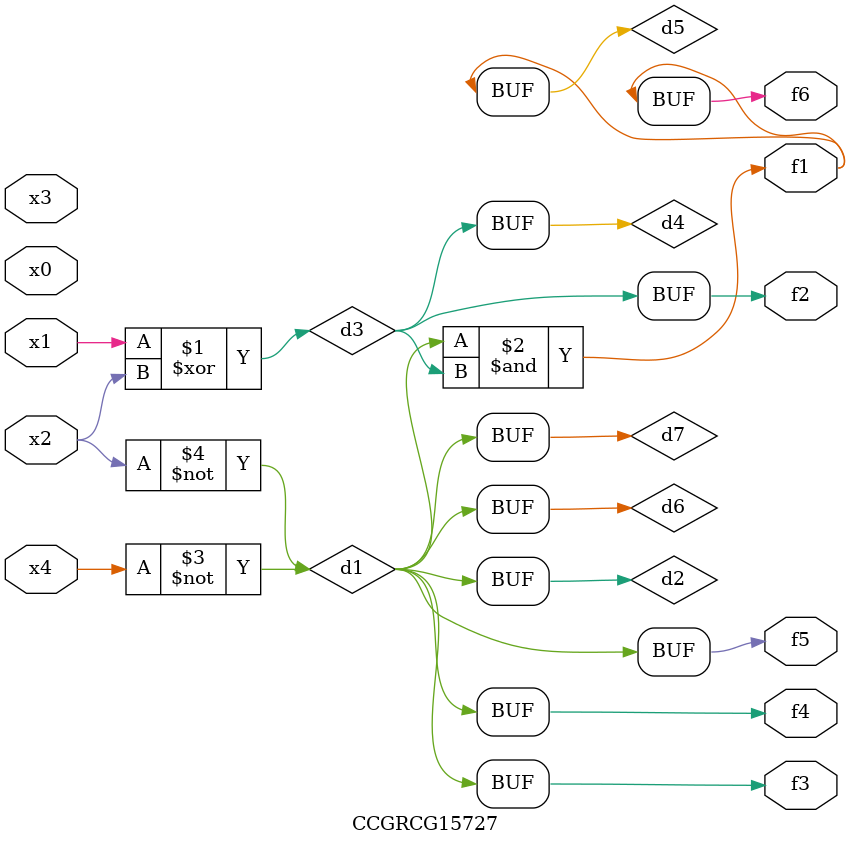
<source format=v>
module CCGRCG15727(
	input x0, x1, x2, x3, x4,
	output f1, f2, f3, f4, f5, f6
);

	wire d1, d2, d3, d4, d5, d6, d7;

	not (d1, x4);
	not (d2, x2);
	xor (d3, x1, x2);
	buf (d4, d3);
	and (d5, d1, d3);
	buf (d6, d1, d2);
	buf (d7, d2);
	assign f1 = d5;
	assign f2 = d4;
	assign f3 = d7;
	assign f4 = d7;
	assign f5 = d7;
	assign f6 = d5;
endmodule

</source>
